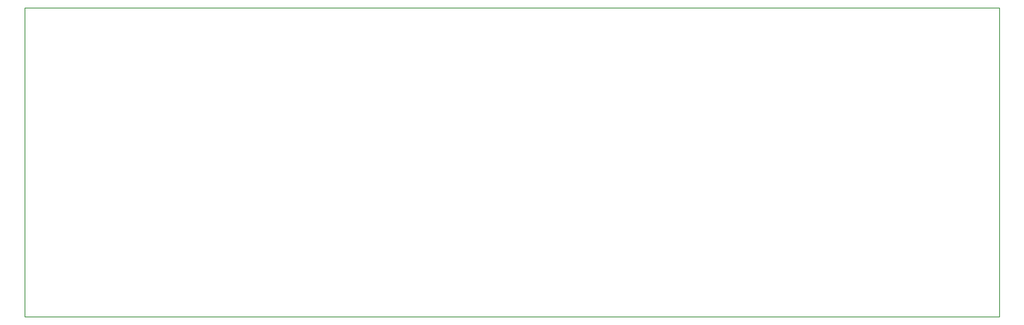
<source format=gko>
G04 Layer: BoardOutlineLayer*
G04 EasyEDA v6.5.40, 2024-07-25 19:00:12*
G04 cb6e2e9fbd21486d88ae5690d2d3dc00,10*
G04 Gerber Generator version 0.2*
G04 Scale: 100 percent, Rotated: No, Reflected: No *
G04 Dimensions in millimeters *
G04 leading zeros omitted , absolute positions ,4 integer and 5 decimal *
%FSLAX45Y45*%
%MOMM*%

%ADD10C,0.2540*%
D10*
X-254000Y-2794000D02*
G01*
X-254000Y7112000D01*
X30988000Y7112000D01*
X30988000Y-2794000D01*
X-254000Y-2794000D01*

%LPD*%
M02*

</source>
